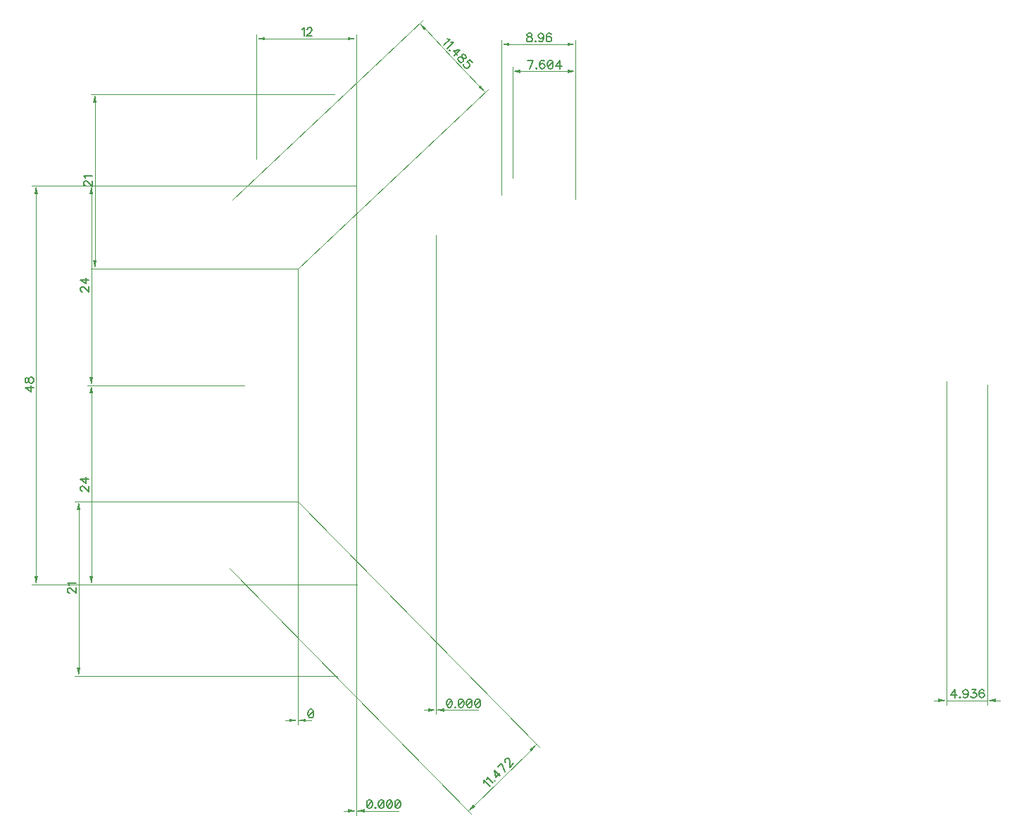
<source format=gbr>
G04 DipTrace 5.1.0.3*
G04 Âåõíèéðàçìåð.gbr*
%MOMM*%
G04 #@! TF.FileFunction,Drawing,Top*
G04 #@! TF.Part,Single*
%ADD13C,0.03*%
%ADD110C,0.15686*%
%FSLAX35Y35*%
G04*
G71*
G90*
G75*
G01*
G04 TopDimension*
%LPD*%
X2258040Y5900567D2*
D13*
Y415783D1*
X2258042Y3100762D2*
Y415783D1*
X2258040Y465783D2*
X2258042D1*
X2108040D2*
X2158040D1*
G36*
X2258040D2*
X2158040Y445783D1*
Y485783D1*
X2258040Y465783D1*
G37*
X2408042D2*
D13*
X2358042D1*
G36*
X2258042D2*
X2358042Y485783D1*
Y445783D1*
X2258042Y465783D1*
G37*
X2426101D2*
D13*
X2258042D1*
X2964631Y2100163D2*
Y-672637D1*
X2964641Y6900163D2*
Y-672637D1*
X2964631Y-622637D2*
X2964641D1*
X2814631D2*
X2864631D1*
G36*
X2964631D2*
X2864631Y-642637D1*
Y-602637D1*
X2964631Y-622637D1*
G37*
X3114641D2*
D13*
X3064641D1*
G36*
X2964641D2*
X3064641Y-602637D1*
Y-642637D1*
X2964641Y-622637D1*
G37*
X3472136D2*
D13*
X2964641D1*
X3924277Y2690733D2*
Y540577D1*
X3924237Y6306663D2*
Y540577D1*
Y590577D2*
X3924277D1*
X3774237D2*
X3824237D1*
G36*
X3924237D2*
X3824237Y570577D1*
Y610577D1*
X3924237Y590577D1*
G37*
X4074277D2*
D13*
X4024277D1*
G36*
X3924277D2*
X4024277Y610577D1*
Y570577D1*
X3924277Y590577D1*
G37*
X4431772D2*
D13*
X3924277D1*
X5601253Y6739683D2*
Y8652863D1*
X4705236Y6793662D2*
Y8652863D1*
X5153245Y8602863D2*
X5501253D1*
G36*
X5601253D2*
X5501253Y8582863D1*
Y8622863D1*
X5601253Y8602863D1*
G37*
X5153245D2*
D13*
X4805236D1*
G36*
X4705236D2*
X4805236Y8622863D1*
Y8582863D1*
X4705236Y8602863D1*
G37*
X10551323Y4501117D2*
D13*
Y656443D1*
X10057703Y4545993D2*
Y656443D1*
Y706443D2*
X10551323D1*
X9907703D2*
X9957703D1*
G36*
X10057703D2*
X9957703Y686443D1*
Y726443D1*
X10057703Y706443D1*
G37*
X10701323D2*
D13*
X10651323D1*
G36*
X10551323D2*
X10651323Y726443D1*
Y686443D1*
X10551323Y706443D1*
G37*
X2258042Y3100762D2*
D13*
X-425963D1*
X2732637Y1000763D2*
X-425963D1*
X-375963Y2050763D2*
Y3000762D1*
G36*
Y3100762D2*
X-355963Y3000762D1*
X-395963D1*
X-375963Y3100762D1*
G37*
Y2050763D2*
D13*
Y1100763D1*
G36*
Y1000763D2*
X-395963Y1100763D1*
X-355963D1*
X-375963Y1000763D1*
G37*
X2258040Y5900567D2*
D13*
X-230163D1*
X2703237Y8000563D2*
X-230163D1*
X-180163Y6950565D2*
Y6000567D1*
G36*
Y5900567D2*
X-200163Y6000567D1*
X-160163D1*
X-180163Y5900567D1*
G37*
Y6950565D2*
D13*
Y7900563D1*
G36*
Y8000563D2*
X-160163Y7900563D1*
X-200163D1*
X-180163Y8000563D1*
G37*
X5601337Y6811863D2*
D13*
Y8329063D1*
X4840937Y6998163D2*
Y8329063D1*
X5221137Y8279063D2*
X5501337D1*
G36*
X5601337D2*
X5501337Y8259063D1*
Y8299063D1*
X5601337Y8279063D1*
G37*
X5221137D2*
D13*
X4940937D1*
G36*
X4840937D2*
X4940937Y8299063D1*
Y8259063D1*
X4840937Y8279063D1*
G37*
X2964641Y6900163D2*
D13*
X-935863D1*
X2970230Y2100163D2*
X-935863D1*
X-885863Y4500163D2*
Y6800163D1*
G36*
Y6900163D2*
X-865863Y6800163D1*
X-905863D1*
X-885863Y6900163D1*
G37*
Y4500163D2*
D13*
Y2200163D1*
G36*
Y2100163D2*
X-905863Y2200163D1*
X-865863D1*
X-885863Y2100163D1*
G37*
X2964631D2*
D13*
X-271963D1*
X1616637Y4500163D2*
X-271963D1*
X-221963Y3300163D2*
Y2200163D1*
G36*
Y2100163D2*
X-241963Y2200163D1*
X-201963D1*
X-221963Y2100163D1*
G37*
Y3300163D2*
D13*
Y4400163D1*
G36*
Y4500163D2*
X-201963Y4400163D1*
X-241963D1*
X-221963Y4500163D1*
G37*
X2964641Y6900163D2*
D13*
X-272063D1*
X1617837Y4500163D2*
X-272063D1*
X-222063Y5700163D2*
Y6800163D1*
G36*
Y6900163D2*
X-202063Y6800163D1*
X-242063D1*
X-222063Y6900163D1*
G37*
Y5700163D2*
D13*
Y4600163D1*
G36*
Y4500163D2*
X-242063Y4600163D1*
X-202063D1*
X-222063Y4500163D1*
G37*
X2258040Y5900567D2*
D13*
X4547389Y8059248D1*
X1470137Y6736163D2*
X3759485Y8894844D1*
X4117059Y8442744D2*
X4442407Y8097703D1*
G36*
X4511011Y8024946D2*
X4427856Y8083982D1*
X4456958Y8111423D1*
X4511011Y8024946D1*
G37*
X4117059Y8442744D2*
D13*
X3791711Y8787786D1*
G36*
X3723107Y8860542D2*
X3806262Y8801507D1*
X3777160Y8774065D1*
X3723107Y8860542D1*
G37*
X2258042Y3100762D2*
D13*
X5163527Y140656D1*
X1439337Y2297163D2*
X4344821Y-662943D1*
X4719149Y-225460D2*
X5057136Y106290D1*
G36*
X5128502Y176339D2*
X5071146Y92017D1*
X5043126Y120563D1*
X5128502Y176339D1*
G37*
X4719149Y-225460D2*
D13*
X4381163Y-557210D1*
G36*
X4309797Y-627260D2*
X4367153Y-542937D1*
X4395172Y-571484D1*
X4309797Y-627260D1*
G37*
X2964641Y6900163D2*
D13*
Y8720063D1*
X1764637Y7224663D2*
Y8720063D1*
X2364639Y8670063D2*
X2864641D1*
G36*
X2964641D2*
X2864641Y8650063D1*
Y8690063D1*
X2964641Y8670063D1*
G37*
X2364639D2*
D13*
X1864637D1*
G36*
X1764637D2*
X1864637Y8690063D1*
Y8650063D1*
X1764637Y8670063D1*
G37*
X2410772Y598774D2*
D110*
X2396172Y593945D1*
X2386401Y579345D1*
X2381572Y555086D1*
Y540486D1*
X2386401Y516228D1*
X2396172Y501628D1*
X2410772Y496799D1*
X2420430D1*
X2435030Y501628D1*
X2444689Y516228D1*
X2449630Y540486D1*
Y555086D1*
X2444689Y579345D1*
X2435030Y593945D1*
X2420430Y598774D1*
X2410772D1*
X2444689Y579345D2*
X2386401Y516228D1*
X3117371Y-489646D2*
X3102771Y-494475D1*
X3093000Y-509075D1*
X3088171Y-533334D1*
Y-547934D1*
X3093000Y-572192D1*
X3102771Y-586792D1*
X3117371Y-591621D1*
X3127029D1*
X3141629Y-586792D1*
X3151288Y-572192D1*
X3156229Y-547934D1*
Y-533334D1*
X3151288Y-509075D1*
X3141629Y-494475D1*
X3127029Y-489646D1*
X3117371D1*
X3151288Y-509075D2*
X3093000Y-572192D1*
X3192431Y-581851D2*
X3187602Y-586792D1*
X3192431Y-591621D1*
X3197373Y-586792D1*
X3192431Y-581851D1*
X3257945Y-489646D2*
X3243345Y-494475D1*
X3233574Y-509075D1*
X3228745Y-533334D1*
Y-547934D1*
X3233574Y-572192D1*
X3243345Y-586792D1*
X3257945Y-591621D1*
X3267604D1*
X3282204Y-586792D1*
X3291862Y-572192D1*
X3296804Y-547934D1*
Y-533334D1*
X3291862Y-509075D1*
X3282204Y-494475D1*
X3267604Y-489646D1*
X3257945D1*
X3291862Y-509075D2*
X3233574Y-572192D1*
X3357376Y-489646D2*
X3342776Y-494475D1*
X3333005Y-509075D1*
X3328176Y-533334D1*
Y-547934D1*
X3333005Y-572192D1*
X3342776Y-586792D1*
X3357376Y-591621D1*
X3367035D1*
X3381635Y-586792D1*
X3391293Y-572192D1*
X3396235Y-547934D1*
Y-533334D1*
X3391293Y-509075D1*
X3381635Y-494475D1*
X3367035Y-489646D1*
X3357376D1*
X3391293Y-509075D2*
X3333005Y-572192D1*
X3456807Y-489646D2*
X3442207Y-494475D1*
X3432436Y-509075D1*
X3427607Y-533334D1*
Y-547934D1*
X3432436Y-572192D1*
X3442207Y-586792D1*
X3456807Y-591621D1*
X3466466D1*
X3481066Y-586792D1*
X3490724Y-572192D1*
X3495666Y-547934D1*
Y-533334D1*
X3490724Y-509075D1*
X3481066Y-494475D1*
X3466466Y-489646D1*
X3456807D1*
X3490724Y-509075D2*
X3432436Y-572192D1*
X4077006Y723567D2*
X4062406Y718738D1*
X4052635Y704138D1*
X4047806Y679880D1*
Y665280D1*
X4052635Y641021D1*
X4062406Y626421D1*
X4077006Y621592D1*
X4086665D1*
X4101265Y626421D1*
X4110923Y641021D1*
X4115865Y665280D1*
Y679880D1*
X4110923Y704138D1*
X4101265Y718738D1*
X4086665Y723567D1*
X4077006D1*
X4110923Y704138D2*
X4052635Y641021D1*
X4152066Y631363D2*
X4147237Y626421D1*
X4152066Y621592D1*
X4157008Y626421D1*
X4152066Y631363D1*
X4217580Y723567D2*
X4202980Y718738D1*
X4193210Y704138D1*
X4188380Y679880D1*
Y665280D1*
X4193210Y641021D1*
X4202980Y626421D1*
X4217580Y621592D1*
X4227239D1*
X4241839Y626421D1*
X4251497Y641021D1*
X4256439Y665280D1*
Y679880D1*
X4251497Y704138D1*
X4241839Y718738D1*
X4227239Y723567D1*
X4217580D1*
X4251497Y704138D2*
X4193210Y641021D1*
X4317012Y723567D2*
X4302412Y718738D1*
X4292641Y704138D1*
X4287812Y679880D1*
Y665280D1*
X4292641Y641021D1*
X4302412Y626421D1*
X4317012Y621592D1*
X4326670D1*
X4341270Y626421D1*
X4350928Y641021D1*
X4355870Y665280D1*
Y679880D1*
X4350928Y704138D1*
X4341270Y718738D1*
X4326670Y723567D1*
X4317012D1*
X4350928Y704138D2*
X4292641Y641021D1*
X4416443Y723567D2*
X4401843Y718738D1*
X4392072Y704138D1*
X4387243Y679880D1*
Y665280D1*
X4392072Y641021D1*
X4401843Y626421D1*
X4416443Y621592D1*
X4426101D1*
X4440701Y626421D1*
X4450359Y641021D1*
X4455301Y665280D1*
Y679880D1*
X4450359Y704138D1*
X4440701Y718738D1*
X4426101Y723567D1*
X4416443D1*
X4450359Y704138D2*
X4392072Y641021D1*
X5036256Y8735854D2*
X5021768Y8731025D1*
X5016827Y8721366D1*
Y8711596D1*
X5021768Y8701937D1*
X5031427Y8696996D1*
X5050856Y8692166D1*
X5065456Y8687337D1*
X5075114Y8677566D1*
X5079943Y8667908D1*
Y8653308D1*
X5075114Y8643649D1*
X5070285Y8638708D1*
X5055685Y8633879D1*
X5036256D1*
X5021768Y8638708D1*
X5016827Y8643649D1*
X5011997Y8653308D1*
Y8667908D1*
X5016827Y8677566D1*
X5026597Y8687337D1*
X5041085Y8692166D1*
X5060514Y8696996D1*
X5070285Y8701937D1*
X5075114Y8711596D1*
Y8721366D1*
X5070285Y8731025D1*
X5055685Y8735854D1*
X5036256D1*
X5116145Y8643649D2*
X5111316Y8638708D1*
X5116145Y8633879D1*
X5121087Y8638708D1*
X5116145Y8643649D1*
X5215689Y8701937D2*
X5210747Y8687337D1*
X5201089Y8677566D1*
X5186489Y8672737D1*
X5181659D1*
X5167059Y8677566D1*
X5157401Y8687337D1*
X5152459Y8701937D1*
Y8706766D1*
X5157401Y8721366D1*
X5167059Y8731025D1*
X5181659Y8735854D1*
X5186489D1*
X5201089Y8731025D1*
X5210747Y8721366D1*
X5215689Y8701937D1*
Y8677566D1*
X5210747Y8653308D1*
X5201089Y8638708D1*
X5186489Y8633879D1*
X5176830D1*
X5162230Y8638708D1*
X5157401Y8648479D1*
X5305349Y8721366D2*
X5300520Y8731025D1*
X5285920Y8735854D1*
X5276261D1*
X5261661Y8731025D1*
X5251890Y8716425D1*
X5247061Y8692166D1*
Y8667908D1*
X5251890Y8648479D1*
X5261661Y8638708D1*
X5276261Y8633879D1*
X5281090D1*
X5295578Y8638708D1*
X5305349Y8648479D1*
X5310178Y8663079D1*
Y8667908D1*
X5305349Y8682508D1*
X5295578Y8692166D1*
X5281090Y8696996D1*
X5276261D1*
X5261661Y8692166D1*
X5251890Y8682508D1*
X5247061Y8667908D1*
X10159709Y737459D2*
Y839434D1*
X10111080Y771488D1*
X10183968D1*
X10220169Y747229D2*
X10215340Y742288D1*
X10220169Y737459D1*
X10225111Y742288D1*
X10220169Y747229D1*
X10319713Y805517D2*
X10314771Y790917D1*
X10305113Y781146D1*
X10290513Y776317D1*
X10285683D1*
X10271083Y781146D1*
X10261425Y790917D1*
X10256483Y805517D1*
Y810346D1*
X10261425Y824946D1*
X10271083Y834605D1*
X10285683Y839434D1*
X10290513D1*
X10305113Y834605D1*
X10314771Y824946D1*
X10319713Y805517D1*
Y781146D1*
X10314771Y756888D1*
X10305113Y742288D1*
X10290513Y737459D1*
X10280854D1*
X10266254Y742288D1*
X10261425Y752059D1*
X10360856Y839434D2*
X10414202D1*
X10385114Y800576D1*
X10399714D1*
X10409373Y795746D1*
X10414202Y790917D1*
X10419144Y776317D1*
Y766659D1*
X10414202Y752059D1*
X10404544Y742288D1*
X10389944Y737459D1*
X10375344D1*
X10360856Y742288D1*
X10356027Y747229D1*
X10351085Y756888D1*
X10508804Y824946D2*
X10503975Y834605D1*
X10489375Y839434D1*
X10479716D1*
X10465116Y834605D1*
X10455345Y820005D1*
X10450516Y795746D1*
Y771488D1*
X10455345Y752059D1*
X10465116Y742288D1*
X10479716Y737459D1*
X10484545D1*
X10499033Y742288D1*
X10508804Y752059D1*
X10513633Y766659D1*
Y771488D1*
X10508804Y786088D1*
X10499033Y795746D1*
X10484545Y800576D1*
X10479716D1*
X10465116Y795746D1*
X10455345Y786088D1*
X10450516Y771488D1*
X-484696Y2001646D2*
X-489525D1*
X-499296Y2006476D1*
X-504125Y2011305D1*
X-508954Y2021076D1*
Y2040505D1*
X-504125Y2050163D1*
X-499296Y2054993D1*
X-489525Y2059934D1*
X-479866D1*
X-470096Y2054993D1*
X-455608Y2045334D1*
X-406979Y1996705D1*
Y2064763D1*
X-489525Y2096136D2*
X-494466Y2105907D1*
X-508954Y2120507D1*
X-406979D1*
X-288896Y6901449D2*
X-293725D1*
X-303496Y6906278D1*
X-308325Y6911107D1*
X-313154Y6920878D1*
Y6940307D1*
X-308325Y6949966D1*
X-303496Y6954795D1*
X-293725Y6959737D1*
X-284066D1*
X-274296Y6954795D1*
X-259808Y6945137D1*
X-211179Y6896507D1*
Y6964566D1*
X-293725Y6995938D2*
X-298666Y7005709D1*
X-313154Y7020309D1*
X-211179D1*
X5044718Y8310079D2*
X5093347Y8412054D1*
X5025289D1*
X5129549Y8319849D2*
X5124720Y8314908D1*
X5129549Y8310079D1*
X5134490Y8314908D1*
X5129549Y8319849D1*
X5224151Y8397566D2*
X5219321Y8407225D1*
X5204721Y8412054D1*
X5195063D1*
X5180463Y8407225D1*
X5170692Y8392625D1*
X5165863Y8368366D1*
Y8344108D1*
X5170692Y8324679D1*
X5180463Y8314908D1*
X5195063Y8310079D1*
X5199892D1*
X5214380Y8314908D1*
X5224151Y8324679D1*
X5228980Y8339279D1*
Y8344108D1*
X5224151Y8358708D1*
X5214380Y8368366D1*
X5199892Y8373196D1*
X5195063D1*
X5180463Y8368366D1*
X5170692Y8358708D1*
X5165863Y8344108D1*
X5289552Y8412054D2*
X5274952Y8407225D1*
X5265182Y8392625D1*
X5260352Y8368366D1*
Y8353766D1*
X5265182Y8329508D1*
X5274952Y8314908D1*
X5289552Y8310079D1*
X5299211D1*
X5313811Y8314908D1*
X5323469Y8329508D1*
X5328411Y8353766D1*
Y8368366D1*
X5323469Y8392625D1*
X5313811Y8407225D1*
X5299211Y8412054D1*
X5289552D1*
X5323469Y8392625D2*
X5265182Y8329508D1*
X5408413Y8310079D2*
Y8412054D1*
X5359783Y8344108D1*
X5432671D1*
X-916879Y4470533D2*
X-1018854D1*
X-950908Y4421903D1*
Y4494791D1*
X-1018854Y4550422D2*
X-1014025Y4535934D1*
X-1004366Y4530993D1*
X-994596D1*
X-984937Y4535934D1*
X-979996Y4545593D1*
X-975166Y4565022D1*
X-970337Y4579622D1*
X-960566Y4589280D1*
X-950908Y4594110D1*
X-936308D1*
X-926649Y4589280D1*
X-921708Y4584451D1*
X-916879Y4569851D1*
Y4550422D1*
X-921708Y4535934D1*
X-926649Y4530993D1*
X-936308Y4526164D1*
X-950908D1*
X-960566Y4530993D1*
X-970337Y4540764D1*
X-975166Y4555251D1*
X-979996Y4574680D1*
X-984937Y4584451D1*
X-994596Y4589280D1*
X-1004366D1*
X-1014025Y4584451D1*
X-1018854Y4569851D1*
Y4550422D1*
X-330696Y3226789D2*
X-335525D1*
X-345296Y3231618D1*
X-350125Y3236447D1*
X-354954Y3246218D1*
Y3265647D1*
X-350125Y3275306D1*
X-345296Y3280135D1*
X-335525Y3285076D1*
X-325866D1*
X-316096Y3280135D1*
X-301608Y3270476D1*
X-252979Y3221847D1*
Y3289906D1*
Y3369907D2*
X-354954D1*
X-287008Y3321278D1*
Y3394166D1*
X-330796Y5626789D2*
X-335625D1*
X-345396Y5631618D1*
X-350225Y5636447D1*
X-355054Y5646218D1*
Y5665647D1*
X-350225Y5675306D1*
X-345396Y5680135D1*
X-335625Y5685076D1*
X-325966D1*
X-316196Y5680135D1*
X-301708Y5670476D1*
X-253079Y5621847D1*
Y5689906D1*
Y5769907D2*
X-355054D1*
X-287108Y5721278D1*
Y5794166D1*
X4059531Y8669286D2*
X4069830Y8665568D1*
X4090386Y8664884D1*
X4016193Y8594925D1*
X4097773Y8628730D2*
X4108072Y8625011D1*
X4128628Y8624327D1*
X4054435Y8554368D1*
X4086379Y8534732D2*
X4079471Y8534856D1*
X4079271Y8528029D1*
X4086174Y8527747D1*
X4086379Y8534732D1*
X4137545Y8466227D2*
X4211739Y8536186D1*
X4128942Y8524954D1*
X4178946Y8471923D1*
X4266546Y8478062D2*
X4253093Y8485289D1*
X4242676Y8482259D1*
X4235567Y8475555D1*
X4231930Y8465334D1*
X4234961Y8454917D1*
X4244776Y8437468D1*
X4251279Y8423532D1*
X4250796Y8409802D1*
X4247082Y8399662D1*
X4236460Y8389646D1*
X4226119Y8386534D1*
X4219211Y8386657D1*
X4205681Y8393967D1*
X4192352Y8408103D1*
X4185927Y8421956D1*
X4186132Y8428942D1*
X4189846Y8439081D1*
X4200468Y8449098D1*
X4210809Y8452210D1*
X4224621Y8451804D1*
X4238073Y8444577D1*
X4254916Y8433754D1*
X4265215Y8430035D1*
X4275555Y8433147D1*
X4282664Y8439850D1*
X4286378Y8449990D1*
X4279875Y8463926D1*
X4266546Y8478062D1*
X4358028Y8381042D2*
X4324743Y8416342D1*
X4289645Y8389884D1*
X4296471Y8389683D1*
X4310083Y8382451D1*
X4320022Y8371910D1*
X4326443Y8357898D1*
X4326119Y8344163D1*
X4318809Y8330633D1*
X4311782Y8324007D1*
X4297847Y8317504D1*
X4284035Y8317910D1*
X4270505Y8325219D1*
X4260566Y8335760D1*
X4254063Y8349696D1*
X4254345Y8356599D1*
X4257982Y8366821D1*
X4493766Y-287559D2*
X4497278Y-277188D1*
X4497549Y-256622D1*
X4568982Y-329398D1*
X4533548Y-248511D2*
X4537060Y-238140D1*
X4537331Y-217574D1*
X4608764Y-290350D1*
X4627755Y-258018D2*
X4627770Y-264927D1*
X4634599Y-264991D1*
X4634743Y-258083D1*
X4627755Y-258018D1*
X4695220Y-205489D2*
X4623787Y-132713D1*
X4636678Y-215268D1*
X4688695Y-164210D1*
X4748788Y-152910D2*
X4712059Y-46069D1*
X4663489Y-93744D1*
X4754968Y-37944D2*
X4751585Y-34498D1*
X4748187Y-24142D1*
X4748251Y-17312D1*
X4751841Y-7022D1*
X4765707Y6588D1*
X4775983Y9908D1*
X4782812Y9844D1*
X4793183Y6332D1*
X4799949Y-560D1*
X4803266Y-10995D1*
X4806522Y-28100D1*
X4805882Y-96869D1*
X4854452Y-49195D1*
X2310581Y8783625D2*
X2320352Y8788566D1*
X2334952Y8803054D1*
Y8701079D1*
X2371266Y8778796D2*
Y8783625D1*
X2376095Y8793396D1*
X2380925Y8798225D1*
X2390695Y8803054D1*
X2410125D1*
X2419783Y8798225D1*
X2424612Y8793396D1*
X2429554Y8783625D1*
Y8773966D1*
X2424612Y8764196D1*
X2414954Y8749708D1*
X2366325Y8701079D1*
X2434383D1*
M02*

</source>
